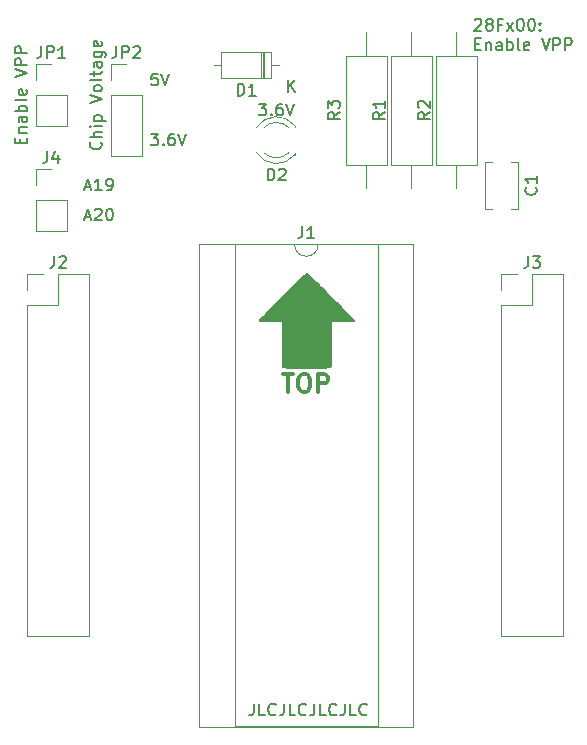
<source format=gto>
G04 #@! TF.GenerationSoftware,KiCad,Pcbnew,(5.1.2)-1*
G04 #@! TF.CreationDate,2019-10-23T16:56:51-07:00*
G04 #@! TF.ProjectId,29Fx00-28Fx00,32394678-3030-42d3-9238-467830302e6b,rev?*
G04 #@! TF.SameCoordinates,Original*
G04 #@! TF.FileFunction,Legend,Top*
G04 #@! TF.FilePolarity,Positive*
%FSLAX46Y46*%
G04 Gerber Fmt 4.6, Leading zero omitted, Abs format (unit mm)*
G04 Created by KiCad (PCBNEW (5.1.2)-1) date 2019-10-23 16:56:51*
%MOMM*%
%LPD*%
G04 APERTURE LIST*
%ADD10C,0.300000*%
%ADD11C,0.150000*%
%ADD12C,0.010000*%
%ADD13C,0.120000*%
G04 APERTURE END LIST*
D10*
X103445714Y-59178571D02*
X104302857Y-59178571D01*
X103874285Y-60678571D02*
X103874285Y-59178571D01*
X105088571Y-59178571D02*
X105374285Y-59178571D01*
X105517142Y-59250000D01*
X105660000Y-59392857D01*
X105731428Y-59678571D01*
X105731428Y-60178571D01*
X105660000Y-60464285D01*
X105517142Y-60607142D01*
X105374285Y-60678571D01*
X105088571Y-60678571D01*
X104945714Y-60607142D01*
X104802857Y-60464285D01*
X104731428Y-60178571D01*
X104731428Y-59678571D01*
X104802857Y-59392857D01*
X104945714Y-59250000D01*
X105088571Y-59178571D01*
X106374285Y-60678571D02*
X106374285Y-59178571D01*
X106945714Y-59178571D01*
X107088571Y-59250000D01*
X107160000Y-59321428D01*
X107231428Y-59464285D01*
X107231428Y-59678571D01*
X107160000Y-59821428D01*
X107088571Y-59892857D01*
X106945714Y-59964285D01*
X106374285Y-59964285D01*
D11*
X100951309Y-87082380D02*
X100951309Y-87796666D01*
X100903690Y-87939523D01*
X100808452Y-88034761D01*
X100665595Y-88082380D01*
X100570357Y-88082380D01*
X101903690Y-88082380D02*
X101427500Y-88082380D01*
X101427500Y-87082380D01*
X102808452Y-87987142D02*
X102760833Y-88034761D01*
X102617976Y-88082380D01*
X102522738Y-88082380D01*
X102379880Y-88034761D01*
X102284642Y-87939523D01*
X102237023Y-87844285D01*
X102189404Y-87653809D01*
X102189404Y-87510952D01*
X102237023Y-87320476D01*
X102284642Y-87225238D01*
X102379880Y-87130000D01*
X102522738Y-87082380D01*
X102617976Y-87082380D01*
X102760833Y-87130000D01*
X102808452Y-87177619D01*
X103522738Y-87082380D02*
X103522738Y-87796666D01*
X103475119Y-87939523D01*
X103379880Y-88034761D01*
X103237023Y-88082380D01*
X103141785Y-88082380D01*
X104475119Y-88082380D02*
X103998928Y-88082380D01*
X103998928Y-87082380D01*
X105379880Y-87987142D02*
X105332261Y-88034761D01*
X105189404Y-88082380D01*
X105094166Y-88082380D01*
X104951309Y-88034761D01*
X104856071Y-87939523D01*
X104808452Y-87844285D01*
X104760833Y-87653809D01*
X104760833Y-87510952D01*
X104808452Y-87320476D01*
X104856071Y-87225238D01*
X104951309Y-87130000D01*
X105094166Y-87082380D01*
X105189404Y-87082380D01*
X105332261Y-87130000D01*
X105379880Y-87177619D01*
X106094166Y-87082380D02*
X106094166Y-87796666D01*
X106046547Y-87939523D01*
X105951309Y-88034761D01*
X105808452Y-88082380D01*
X105713214Y-88082380D01*
X107046547Y-88082380D02*
X106570357Y-88082380D01*
X106570357Y-87082380D01*
X107951309Y-87987142D02*
X107903690Y-88034761D01*
X107760833Y-88082380D01*
X107665595Y-88082380D01*
X107522738Y-88034761D01*
X107427500Y-87939523D01*
X107379880Y-87844285D01*
X107332261Y-87653809D01*
X107332261Y-87510952D01*
X107379880Y-87320476D01*
X107427500Y-87225238D01*
X107522738Y-87130000D01*
X107665595Y-87082380D01*
X107760833Y-87082380D01*
X107903690Y-87130000D01*
X107951309Y-87177619D01*
X108665595Y-87082380D02*
X108665595Y-87796666D01*
X108617976Y-87939523D01*
X108522738Y-88034761D01*
X108379880Y-88082380D01*
X108284642Y-88082380D01*
X109617976Y-88082380D02*
X109141785Y-88082380D01*
X109141785Y-87082380D01*
X110522738Y-87987142D02*
X110475119Y-88034761D01*
X110332261Y-88082380D01*
X110237023Y-88082380D01*
X110094166Y-88034761D01*
X109998928Y-87939523D01*
X109951309Y-87844285D01*
X109903690Y-87653809D01*
X109903690Y-87510952D01*
X109951309Y-87320476D01*
X109998928Y-87225238D01*
X110094166Y-87130000D01*
X110237023Y-87082380D01*
X110332261Y-87082380D01*
X110475119Y-87130000D01*
X110522738Y-87177619D01*
X119667976Y-29202619D02*
X119715595Y-29155000D01*
X119810833Y-29107380D01*
X120048928Y-29107380D01*
X120144166Y-29155000D01*
X120191785Y-29202619D01*
X120239404Y-29297857D01*
X120239404Y-29393095D01*
X120191785Y-29535952D01*
X119620357Y-30107380D01*
X120239404Y-30107380D01*
X120810833Y-29535952D02*
X120715595Y-29488333D01*
X120667976Y-29440714D01*
X120620357Y-29345476D01*
X120620357Y-29297857D01*
X120667976Y-29202619D01*
X120715595Y-29155000D01*
X120810833Y-29107380D01*
X121001309Y-29107380D01*
X121096547Y-29155000D01*
X121144166Y-29202619D01*
X121191785Y-29297857D01*
X121191785Y-29345476D01*
X121144166Y-29440714D01*
X121096547Y-29488333D01*
X121001309Y-29535952D01*
X120810833Y-29535952D01*
X120715595Y-29583571D01*
X120667976Y-29631190D01*
X120620357Y-29726428D01*
X120620357Y-29916904D01*
X120667976Y-30012142D01*
X120715595Y-30059761D01*
X120810833Y-30107380D01*
X121001309Y-30107380D01*
X121096547Y-30059761D01*
X121144166Y-30012142D01*
X121191785Y-29916904D01*
X121191785Y-29726428D01*
X121144166Y-29631190D01*
X121096547Y-29583571D01*
X121001309Y-29535952D01*
X121953690Y-29583571D02*
X121620357Y-29583571D01*
X121620357Y-30107380D02*
X121620357Y-29107380D01*
X122096547Y-29107380D01*
X122382261Y-30107380D02*
X122906071Y-29440714D01*
X122382261Y-29440714D02*
X122906071Y-30107380D01*
X123477500Y-29107380D02*
X123572738Y-29107380D01*
X123667976Y-29155000D01*
X123715595Y-29202619D01*
X123763214Y-29297857D01*
X123810833Y-29488333D01*
X123810833Y-29726428D01*
X123763214Y-29916904D01*
X123715595Y-30012142D01*
X123667976Y-30059761D01*
X123572738Y-30107380D01*
X123477500Y-30107380D01*
X123382261Y-30059761D01*
X123334642Y-30012142D01*
X123287023Y-29916904D01*
X123239404Y-29726428D01*
X123239404Y-29488333D01*
X123287023Y-29297857D01*
X123334642Y-29202619D01*
X123382261Y-29155000D01*
X123477500Y-29107380D01*
X124429880Y-29107380D02*
X124525119Y-29107380D01*
X124620357Y-29155000D01*
X124667976Y-29202619D01*
X124715595Y-29297857D01*
X124763214Y-29488333D01*
X124763214Y-29726428D01*
X124715595Y-29916904D01*
X124667976Y-30012142D01*
X124620357Y-30059761D01*
X124525119Y-30107380D01*
X124429880Y-30107380D01*
X124334642Y-30059761D01*
X124287023Y-30012142D01*
X124239404Y-29916904D01*
X124191785Y-29726428D01*
X124191785Y-29488333D01*
X124239404Y-29297857D01*
X124287023Y-29202619D01*
X124334642Y-29155000D01*
X124429880Y-29107380D01*
X125191785Y-30012142D02*
X125239404Y-30059761D01*
X125191785Y-30107380D01*
X125144166Y-30059761D01*
X125191785Y-30012142D01*
X125191785Y-30107380D01*
X125191785Y-29488333D02*
X125239404Y-29535952D01*
X125191785Y-29583571D01*
X125144166Y-29535952D01*
X125191785Y-29488333D01*
X125191785Y-29583571D01*
X119715595Y-31233571D02*
X120048928Y-31233571D01*
X120191785Y-31757380D02*
X119715595Y-31757380D01*
X119715595Y-30757380D01*
X120191785Y-30757380D01*
X120620357Y-31090714D02*
X120620357Y-31757380D01*
X120620357Y-31185952D02*
X120667976Y-31138333D01*
X120763214Y-31090714D01*
X120906071Y-31090714D01*
X121001309Y-31138333D01*
X121048928Y-31233571D01*
X121048928Y-31757380D01*
X121953690Y-31757380D02*
X121953690Y-31233571D01*
X121906071Y-31138333D01*
X121810833Y-31090714D01*
X121620357Y-31090714D01*
X121525119Y-31138333D01*
X121953690Y-31709761D02*
X121858452Y-31757380D01*
X121620357Y-31757380D01*
X121525119Y-31709761D01*
X121477500Y-31614523D01*
X121477500Y-31519285D01*
X121525119Y-31424047D01*
X121620357Y-31376428D01*
X121858452Y-31376428D01*
X121953690Y-31328809D01*
X122429880Y-31757380D02*
X122429880Y-30757380D01*
X122429880Y-31138333D02*
X122525119Y-31090714D01*
X122715595Y-31090714D01*
X122810833Y-31138333D01*
X122858452Y-31185952D01*
X122906071Y-31281190D01*
X122906071Y-31566904D01*
X122858452Y-31662142D01*
X122810833Y-31709761D01*
X122715595Y-31757380D01*
X122525119Y-31757380D01*
X122429880Y-31709761D01*
X123477500Y-31757380D02*
X123382261Y-31709761D01*
X123334642Y-31614523D01*
X123334642Y-30757380D01*
X124239404Y-31709761D02*
X124144166Y-31757380D01*
X123953690Y-31757380D01*
X123858452Y-31709761D01*
X123810833Y-31614523D01*
X123810833Y-31233571D01*
X123858452Y-31138333D01*
X123953690Y-31090714D01*
X124144166Y-31090714D01*
X124239404Y-31138333D01*
X124287023Y-31233571D01*
X124287023Y-31328809D01*
X123810833Y-31424047D01*
X125334642Y-30757380D02*
X125667976Y-31757380D01*
X126001309Y-30757380D01*
X126334642Y-31757380D02*
X126334642Y-30757380D01*
X126715595Y-30757380D01*
X126810833Y-30805000D01*
X126858452Y-30852619D01*
X126906071Y-30947857D01*
X126906071Y-31090714D01*
X126858452Y-31185952D01*
X126810833Y-31233571D01*
X126715595Y-31281190D01*
X126334642Y-31281190D01*
X127334642Y-31757380D02*
X127334642Y-30757380D01*
X127715595Y-30757380D01*
X127810833Y-30805000D01*
X127858452Y-30852619D01*
X127906071Y-30947857D01*
X127906071Y-31090714D01*
X127858452Y-31185952D01*
X127810833Y-31233571D01*
X127715595Y-31281190D01*
X127334642Y-31281190D01*
X101393809Y-36282380D02*
X102012857Y-36282380D01*
X101679523Y-36663333D01*
X101822380Y-36663333D01*
X101917619Y-36710952D01*
X101965238Y-36758571D01*
X102012857Y-36853809D01*
X102012857Y-37091904D01*
X101965238Y-37187142D01*
X101917619Y-37234761D01*
X101822380Y-37282380D01*
X101536666Y-37282380D01*
X101441428Y-37234761D01*
X101393809Y-37187142D01*
X102441428Y-37187142D02*
X102489047Y-37234761D01*
X102441428Y-37282380D01*
X102393809Y-37234761D01*
X102441428Y-37187142D01*
X102441428Y-37282380D01*
X103346190Y-36282380D02*
X103155714Y-36282380D01*
X103060476Y-36330000D01*
X103012857Y-36377619D01*
X102917619Y-36520476D01*
X102870000Y-36710952D01*
X102870000Y-37091904D01*
X102917619Y-37187142D01*
X102965238Y-37234761D01*
X103060476Y-37282380D01*
X103250952Y-37282380D01*
X103346190Y-37234761D01*
X103393809Y-37187142D01*
X103441428Y-37091904D01*
X103441428Y-36853809D01*
X103393809Y-36758571D01*
X103346190Y-36710952D01*
X103250952Y-36663333D01*
X103060476Y-36663333D01*
X102965238Y-36710952D01*
X102917619Y-36758571D01*
X102870000Y-36853809D01*
X103727142Y-36282380D02*
X104060476Y-37282380D01*
X104393809Y-36282380D01*
X86647976Y-45886666D02*
X87124166Y-45886666D01*
X86552738Y-46172380D02*
X86886071Y-45172380D01*
X87219404Y-46172380D01*
X87505119Y-45267619D02*
X87552738Y-45220000D01*
X87647976Y-45172380D01*
X87886071Y-45172380D01*
X87981309Y-45220000D01*
X88028928Y-45267619D01*
X88076547Y-45362857D01*
X88076547Y-45458095D01*
X88028928Y-45600952D01*
X87457500Y-46172380D01*
X88076547Y-46172380D01*
X88695595Y-45172380D02*
X88790833Y-45172380D01*
X88886071Y-45220000D01*
X88933690Y-45267619D01*
X88981309Y-45362857D01*
X89028928Y-45553333D01*
X89028928Y-45791428D01*
X88981309Y-45981904D01*
X88933690Y-46077142D01*
X88886071Y-46124761D01*
X88790833Y-46172380D01*
X88695595Y-46172380D01*
X88600357Y-46124761D01*
X88552738Y-46077142D01*
X88505119Y-45981904D01*
X88457500Y-45791428D01*
X88457500Y-45553333D01*
X88505119Y-45362857D01*
X88552738Y-45267619D01*
X88600357Y-45220000D01*
X88695595Y-45172380D01*
X86647976Y-43346666D02*
X87124166Y-43346666D01*
X86552738Y-43632380D02*
X86886071Y-42632380D01*
X87219404Y-43632380D01*
X88076547Y-43632380D02*
X87505119Y-43632380D01*
X87790833Y-43632380D02*
X87790833Y-42632380D01*
X87695595Y-42775238D01*
X87600357Y-42870476D01*
X87505119Y-42918095D01*
X88552738Y-43632380D02*
X88743214Y-43632380D01*
X88838452Y-43584761D01*
X88886071Y-43537142D01*
X88981309Y-43394285D01*
X89028928Y-43203809D01*
X89028928Y-42822857D01*
X88981309Y-42727619D01*
X88933690Y-42680000D01*
X88838452Y-42632380D01*
X88647976Y-42632380D01*
X88552738Y-42680000D01*
X88505119Y-42727619D01*
X88457500Y-42822857D01*
X88457500Y-43060952D01*
X88505119Y-43156190D01*
X88552738Y-43203809D01*
X88647976Y-43251428D01*
X88838452Y-43251428D01*
X88933690Y-43203809D01*
X88981309Y-43156190D01*
X89028928Y-43060952D01*
X87987142Y-39536190D02*
X88034761Y-39583809D01*
X88082380Y-39726666D01*
X88082380Y-39821904D01*
X88034761Y-39964761D01*
X87939523Y-40060000D01*
X87844285Y-40107619D01*
X87653809Y-40155238D01*
X87510952Y-40155238D01*
X87320476Y-40107619D01*
X87225238Y-40060000D01*
X87130000Y-39964761D01*
X87082380Y-39821904D01*
X87082380Y-39726666D01*
X87130000Y-39583809D01*
X87177619Y-39536190D01*
X88082380Y-39107619D02*
X87082380Y-39107619D01*
X88082380Y-38679047D02*
X87558571Y-38679047D01*
X87463333Y-38726666D01*
X87415714Y-38821904D01*
X87415714Y-38964761D01*
X87463333Y-39060000D01*
X87510952Y-39107619D01*
X88082380Y-38202857D02*
X87415714Y-38202857D01*
X87082380Y-38202857D02*
X87130000Y-38250476D01*
X87177619Y-38202857D01*
X87130000Y-38155238D01*
X87082380Y-38202857D01*
X87177619Y-38202857D01*
X87415714Y-37726666D02*
X88415714Y-37726666D01*
X87463333Y-37726666D02*
X87415714Y-37631428D01*
X87415714Y-37440952D01*
X87463333Y-37345714D01*
X87510952Y-37298095D01*
X87606190Y-37250476D01*
X87891904Y-37250476D01*
X87987142Y-37298095D01*
X88034761Y-37345714D01*
X88082380Y-37440952D01*
X88082380Y-37631428D01*
X88034761Y-37726666D01*
X87082380Y-36202857D02*
X88082380Y-35869523D01*
X87082380Y-35536190D01*
X88082380Y-35060000D02*
X88034761Y-35155238D01*
X87987142Y-35202857D01*
X87891904Y-35250476D01*
X87606190Y-35250476D01*
X87510952Y-35202857D01*
X87463333Y-35155238D01*
X87415714Y-35060000D01*
X87415714Y-34917142D01*
X87463333Y-34821904D01*
X87510952Y-34774285D01*
X87606190Y-34726666D01*
X87891904Y-34726666D01*
X87987142Y-34774285D01*
X88034761Y-34821904D01*
X88082380Y-34917142D01*
X88082380Y-35060000D01*
X88082380Y-34155238D02*
X88034761Y-34250476D01*
X87939523Y-34298095D01*
X87082380Y-34298095D01*
X87415714Y-33917142D02*
X87415714Y-33536190D01*
X87082380Y-33774285D02*
X87939523Y-33774285D01*
X88034761Y-33726666D01*
X88082380Y-33631428D01*
X88082380Y-33536190D01*
X88082380Y-32774285D02*
X87558571Y-32774285D01*
X87463333Y-32821904D01*
X87415714Y-32917142D01*
X87415714Y-33107619D01*
X87463333Y-33202857D01*
X88034761Y-32774285D02*
X88082380Y-32869523D01*
X88082380Y-33107619D01*
X88034761Y-33202857D01*
X87939523Y-33250476D01*
X87844285Y-33250476D01*
X87749047Y-33202857D01*
X87701428Y-33107619D01*
X87701428Y-32869523D01*
X87653809Y-32774285D01*
X87415714Y-31869523D02*
X88225238Y-31869523D01*
X88320476Y-31917142D01*
X88368095Y-31964761D01*
X88415714Y-32060000D01*
X88415714Y-32202857D01*
X88368095Y-32298095D01*
X88034761Y-31869523D02*
X88082380Y-31964761D01*
X88082380Y-32155238D01*
X88034761Y-32250476D01*
X87987142Y-32298095D01*
X87891904Y-32345714D01*
X87606190Y-32345714D01*
X87510952Y-32298095D01*
X87463333Y-32250476D01*
X87415714Y-32155238D01*
X87415714Y-31964761D01*
X87463333Y-31869523D01*
X88034761Y-31012380D02*
X88082380Y-31107619D01*
X88082380Y-31298095D01*
X88034761Y-31393333D01*
X87939523Y-31440952D01*
X87558571Y-31440952D01*
X87463333Y-31393333D01*
X87415714Y-31298095D01*
X87415714Y-31107619D01*
X87463333Y-31012380D01*
X87558571Y-30964761D01*
X87653809Y-30964761D01*
X87749047Y-31440952D01*
X81208571Y-39631428D02*
X81208571Y-39298095D01*
X81732380Y-39155238D02*
X81732380Y-39631428D01*
X80732380Y-39631428D01*
X80732380Y-39155238D01*
X81065714Y-38726666D02*
X81732380Y-38726666D01*
X81160952Y-38726666D02*
X81113333Y-38679047D01*
X81065714Y-38583809D01*
X81065714Y-38440952D01*
X81113333Y-38345714D01*
X81208571Y-38298095D01*
X81732380Y-38298095D01*
X81732380Y-37393333D02*
X81208571Y-37393333D01*
X81113333Y-37440952D01*
X81065714Y-37536190D01*
X81065714Y-37726666D01*
X81113333Y-37821904D01*
X81684761Y-37393333D02*
X81732380Y-37488571D01*
X81732380Y-37726666D01*
X81684761Y-37821904D01*
X81589523Y-37869523D01*
X81494285Y-37869523D01*
X81399047Y-37821904D01*
X81351428Y-37726666D01*
X81351428Y-37488571D01*
X81303809Y-37393333D01*
X81732380Y-36917142D02*
X80732380Y-36917142D01*
X81113333Y-36917142D02*
X81065714Y-36821904D01*
X81065714Y-36631428D01*
X81113333Y-36536190D01*
X81160952Y-36488571D01*
X81256190Y-36440952D01*
X81541904Y-36440952D01*
X81637142Y-36488571D01*
X81684761Y-36536190D01*
X81732380Y-36631428D01*
X81732380Y-36821904D01*
X81684761Y-36917142D01*
X81732380Y-35869523D02*
X81684761Y-35964761D01*
X81589523Y-36012380D01*
X80732380Y-36012380D01*
X81684761Y-35107619D02*
X81732380Y-35202857D01*
X81732380Y-35393333D01*
X81684761Y-35488571D01*
X81589523Y-35536190D01*
X81208571Y-35536190D01*
X81113333Y-35488571D01*
X81065714Y-35393333D01*
X81065714Y-35202857D01*
X81113333Y-35107619D01*
X81208571Y-35060000D01*
X81303809Y-35060000D01*
X81399047Y-35536190D01*
X80732380Y-34012380D02*
X81732380Y-33679047D01*
X80732380Y-33345714D01*
X81732380Y-33012380D02*
X80732380Y-33012380D01*
X80732380Y-32631428D01*
X80780000Y-32536190D01*
X80827619Y-32488571D01*
X80922857Y-32440952D01*
X81065714Y-32440952D01*
X81160952Y-32488571D01*
X81208571Y-32536190D01*
X81256190Y-32631428D01*
X81256190Y-33012380D01*
X81732380Y-32012380D02*
X80732380Y-32012380D01*
X80732380Y-31631428D01*
X80780000Y-31536190D01*
X80827619Y-31488571D01*
X80922857Y-31440952D01*
X81065714Y-31440952D01*
X81160952Y-31488571D01*
X81208571Y-31536190D01*
X81256190Y-31631428D01*
X81256190Y-32012380D01*
X92811785Y-33742380D02*
X92335595Y-33742380D01*
X92287976Y-34218571D01*
X92335595Y-34170952D01*
X92430833Y-34123333D01*
X92668928Y-34123333D01*
X92764166Y-34170952D01*
X92811785Y-34218571D01*
X92859404Y-34313809D01*
X92859404Y-34551904D01*
X92811785Y-34647142D01*
X92764166Y-34694761D01*
X92668928Y-34742380D01*
X92430833Y-34742380D01*
X92335595Y-34694761D01*
X92287976Y-34647142D01*
X93145119Y-33742380D02*
X93478452Y-34742380D01*
X93811785Y-33742380D01*
X92240357Y-38822380D02*
X92859404Y-38822380D01*
X92526071Y-39203333D01*
X92668928Y-39203333D01*
X92764166Y-39250952D01*
X92811785Y-39298571D01*
X92859404Y-39393809D01*
X92859404Y-39631904D01*
X92811785Y-39727142D01*
X92764166Y-39774761D01*
X92668928Y-39822380D01*
X92383214Y-39822380D01*
X92287976Y-39774761D01*
X92240357Y-39727142D01*
X93287976Y-39727142D02*
X93335595Y-39774761D01*
X93287976Y-39822380D01*
X93240357Y-39774761D01*
X93287976Y-39727142D01*
X93287976Y-39822380D01*
X94192738Y-38822380D02*
X94002261Y-38822380D01*
X93907023Y-38870000D01*
X93859404Y-38917619D01*
X93764166Y-39060476D01*
X93716547Y-39250952D01*
X93716547Y-39631904D01*
X93764166Y-39727142D01*
X93811785Y-39774761D01*
X93907023Y-39822380D01*
X94097500Y-39822380D01*
X94192738Y-39774761D01*
X94240357Y-39727142D01*
X94287976Y-39631904D01*
X94287976Y-39393809D01*
X94240357Y-39298571D01*
X94192738Y-39250952D01*
X94097500Y-39203333D01*
X93907023Y-39203333D01*
X93811785Y-39250952D01*
X93764166Y-39298571D01*
X93716547Y-39393809D01*
X94573690Y-38822380D02*
X94907023Y-39822380D01*
X95240357Y-38822380D01*
D12*
G36*
X105438706Y-50612947D02*
G01*
X105508467Y-50676050D01*
X105616054Y-50777370D01*
X105758242Y-50913752D01*
X105931801Y-51082044D01*
X106133505Y-51279094D01*
X106360127Y-51501748D01*
X106608439Y-51746854D01*
X106875213Y-52011259D01*
X107157222Y-52291810D01*
X107446218Y-52580334D01*
X107815202Y-52949807D01*
X108141092Y-53277136D01*
X108425639Y-53564132D01*
X108670591Y-53812608D01*
X108877697Y-54024376D01*
X109048708Y-54201248D01*
X109185371Y-54345037D01*
X109289437Y-54457553D01*
X109362654Y-54540611D01*
X109406771Y-54596021D01*
X109423539Y-54625596D01*
X109423703Y-54628974D01*
X109417730Y-54645751D01*
X109402581Y-54659139D01*
X109371660Y-54669597D01*
X109318371Y-54677583D01*
X109236118Y-54683555D01*
X109118305Y-54687970D01*
X108958335Y-54691288D01*
X108749613Y-54693967D01*
X108485543Y-54696463D01*
X108447220Y-54696795D01*
X107482188Y-54705098D01*
X107482188Y-56629267D01*
X107481881Y-57050344D01*
X107480916Y-57412134D01*
X107479224Y-57718139D01*
X107476740Y-57971863D01*
X107473395Y-58176808D01*
X107469122Y-58336478D01*
X107463854Y-58454376D01*
X107457524Y-58534005D01*
X107450065Y-58578868D01*
X107444512Y-58591113D01*
X107420874Y-58599195D01*
X107365000Y-58606149D01*
X107273444Y-58612038D01*
X107142761Y-58616925D01*
X106969508Y-58620875D01*
X106750238Y-58623950D01*
X106481506Y-58626215D01*
X106159869Y-58627734D01*
X105781880Y-58628569D01*
X105404825Y-58628789D01*
X105000933Y-58628738D01*
X104655222Y-58628495D01*
X104363083Y-58627921D01*
X104119903Y-58626879D01*
X103921071Y-58625231D01*
X103761976Y-58622840D01*
X103638007Y-58619568D01*
X103544551Y-58615276D01*
X103476999Y-58609829D01*
X103430738Y-58603088D01*
X103401157Y-58594914D01*
X103383645Y-58585172D01*
X103373590Y-58573723D01*
X103370314Y-58568059D01*
X103362570Y-58521353D01*
X103355856Y-58412534D01*
X103350185Y-58242273D01*
X103345566Y-58011244D01*
X103342011Y-57720119D01*
X103339531Y-57369568D01*
X103338138Y-56960265D01*
X103337812Y-56606214D01*
X103337812Y-54705098D01*
X102372781Y-54696795D01*
X102101113Y-54694288D01*
X101885641Y-54691659D01*
X101719770Y-54688449D01*
X101596904Y-54684200D01*
X101510447Y-54678454D01*
X101453802Y-54670753D01*
X101420373Y-54660639D01*
X101403565Y-54647653D01*
X101396782Y-54631338D01*
X101396297Y-54628974D01*
X101406933Y-54605168D01*
X101444511Y-54555950D01*
X101510780Y-54479507D01*
X101607489Y-54374028D01*
X101736388Y-54237701D01*
X101899226Y-54068712D01*
X102097751Y-53865251D01*
X102333714Y-53625504D01*
X102608863Y-53347660D01*
X102924948Y-53029906D01*
X103283717Y-52670431D01*
X103373783Y-52580334D01*
X103667624Y-52286981D01*
X103949404Y-52006675D01*
X104215895Y-51742568D01*
X104463869Y-51497813D01*
X104690098Y-51275563D01*
X104891356Y-51078971D01*
X105064416Y-50911188D01*
X105206048Y-50775369D01*
X105313027Y-50674666D01*
X105382124Y-50612231D01*
X105410000Y-50591212D01*
X105438706Y-50612947D01*
X105438706Y-50612947D01*
G37*
X105438706Y-50612947D02*
X105508467Y-50676050D01*
X105616054Y-50777370D01*
X105758242Y-50913752D01*
X105931801Y-51082044D01*
X106133505Y-51279094D01*
X106360127Y-51501748D01*
X106608439Y-51746854D01*
X106875213Y-52011259D01*
X107157222Y-52291810D01*
X107446218Y-52580334D01*
X107815202Y-52949807D01*
X108141092Y-53277136D01*
X108425639Y-53564132D01*
X108670591Y-53812608D01*
X108877697Y-54024376D01*
X109048708Y-54201248D01*
X109185371Y-54345037D01*
X109289437Y-54457553D01*
X109362654Y-54540611D01*
X109406771Y-54596021D01*
X109423539Y-54625596D01*
X109423703Y-54628974D01*
X109417730Y-54645751D01*
X109402581Y-54659139D01*
X109371660Y-54669597D01*
X109318371Y-54677583D01*
X109236118Y-54683555D01*
X109118305Y-54687970D01*
X108958335Y-54691288D01*
X108749613Y-54693967D01*
X108485543Y-54696463D01*
X108447220Y-54696795D01*
X107482188Y-54705098D01*
X107482188Y-56629267D01*
X107481881Y-57050344D01*
X107480916Y-57412134D01*
X107479224Y-57718139D01*
X107476740Y-57971863D01*
X107473395Y-58176808D01*
X107469122Y-58336478D01*
X107463854Y-58454376D01*
X107457524Y-58534005D01*
X107450065Y-58578868D01*
X107444512Y-58591113D01*
X107420874Y-58599195D01*
X107365000Y-58606149D01*
X107273444Y-58612038D01*
X107142761Y-58616925D01*
X106969508Y-58620875D01*
X106750238Y-58623950D01*
X106481506Y-58626215D01*
X106159869Y-58627734D01*
X105781880Y-58628569D01*
X105404825Y-58628789D01*
X105000933Y-58628738D01*
X104655222Y-58628495D01*
X104363083Y-58627921D01*
X104119903Y-58626879D01*
X103921071Y-58625231D01*
X103761976Y-58622840D01*
X103638007Y-58619568D01*
X103544551Y-58615276D01*
X103476999Y-58609829D01*
X103430738Y-58603088D01*
X103401157Y-58594914D01*
X103383645Y-58585172D01*
X103373590Y-58573723D01*
X103370314Y-58568059D01*
X103362570Y-58521353D01*
X103355856Y-58412534D01*
X103350185Y-58242273D01*
X103345566Y-58011244D01*
X103342011Y-57720119D01*
X103339531Y-57369568D01*
X103338138Y-56960265D01*
X103337812Y-56606214D01*
X103337812Y-54705098D01*
X102372781Y-54696795D01*
X102101113Y-54694288D01*
X101885641Y-54691659D01*
X101719770Y-54688449D01*
X101596904Y-54684200D01*
X101510447Y-54678454D01*
X101453802Y-54670753D01*
X101420373Y-54660639D01*
X101403565Y-54647653D01*
X101396782Y-54631338D01*
X101396297Y-54628974D01*
X101406933Y-54605168D01*
X101444511Y-54555950D01*
X101510780Y-54479507D01*
X101607489Y-54374028D01*
X101736388Y-54237701D01*
X101899226Y-54068712D01*
X102097751Y-53865251D01*
X102333714Y-53625504D01*
X102608863Y-53347660D01*
X102924948Y-53029906D01*
X103283717Y-52670431D01*
X103373783Y-52580334D01*
X103667624Y-52286981D01*
X103949404Y-52006675D01*
X104215895Y-51742568D01*
X104463869Y-51497813D01*
X104690098Y-51275563D01*
X104891356Y-51078971D01*
X105064416Y-50911188D01*
X105206048Y-50775369D01*
X105313027Y-50674666D01*
X105382124Y-50612231D01*
X105410000Y-50591212D01*
X105438706Y-50612947D01*
D13*
X121920000Y-50740000D02*
X123250000Y-50740000D01*
X121920000Y-52070000D02*
X121920000Y-50740000D01*
X124520000Y-50740000D02*
X127120000Y-50740000D01*
X124520000Y-53340000D02*
X124520000Y-50740000D01*
X121920000Y-53340000D02*
X124520000Y-53340000D01*
X127120000Y-50740000D02*
X127120000Y-81340000D01*
X121920000Y-53340000D02*
X121920000Y-81340000D01*
X121920000Y-81340000D02*
X127120000Y-81340000D01*
X114470000Y-48140000D02*
X96350000Y-48140000D01*
X114470000Y-89020000D02*
X114470000Y-48140000D01*
X96350000Y-89020000D02*
X114470000Y-89020000D01*
X96350000Y-48140000D02*
X96350000Y-89020000D01*
X111470000Y-48200000D02*
X106410000Y-48200000D01*
X111470000Y-88960000D02*
X111470000Y-48200000D01*
X99350000Y-88960000D02*
X111470000Y-88960000D01*
X99350000Y-48200000D02*
X99350000Y-88960000D01*
X104410000Y-48200000D02*
X99350000Y-48200000D01*
X106410000Y-48200000D02*
G75*
G02X104410000Y-48200000I-1000000J0D01*
G01*
X110490000Y-30250000D02*
X110490000Y-32210000D01*
X110490000Y-43410000D02*
X110490000Y-41450000D01*
X108770000Y-32210000D02*
X108770000Y-41450000D01*
X112210000Y-32210000D02*
X108770000Y-32210000D01*
X112210000Y-41450000D02*
X112210000Y-32210000D01*
X108770000Y-41450000D02*
X112210000Y-41450000D01*
X118110000Y-30250000D02*
X118110000Y-32210000D01*
X118110000Y-43410000D02*
X118110000Y-41450000D01*
X116390000Y-32210000D02*
X116390000Y-41450000D01*
X119830000Y-32210000D02*
X116390000Y-32210000D01*
X119830000Y-41450000D02*
X119830000Y-32210000D01*
X116390000Y-41450000D02*
X119830000Y-41450000D01*
X114300000Y-30250000D02*
X114300000Y-32210000D01*
X114300000Y-43410000D02*
X114300000Y-41450000D01*
X112580000Y-32210000D02*
X112580000Y-41450000D01*
X116020000Y-32210000D02*
X112580000Y-32210000D01*
X116020000Y-41450000D02*
X116020000Y-32210000D01*
X112580000Y-41450000D02*
X116020000Y-41450000D01*
X88840000Y-32960000D02*
X90170000Y-32960000D01*
X88840000Y-34290000D02*
X88840000Y-32960000D01*
X88840000Y-35560000D02*
X91500000Y-35560000D01*
X91500000Y-35560000D02*
X91500000Y-40700000D01*
X88840000Y-35560000D02*
X88840000Y-40700000D01*
X88840000Y-40700000D02*
X91500000Y-40700000D01*
X82490000Y-32960000D02*
X83820000Y-32960000D01*
X82490000Y-34290000D02*
X82490000Y-32960000D01*
X82490000Y-35560000D02*
X85150000Y-35560000D01*
X85150000Y-35560000D02*
X85150000Y-38160000D01*
X82490000Y-35560000D02*
X82490000Y-38160000D01*
X82490000Y-38160000D02*
X85150000Y-38160000D01*
X82490000Y-41850000D02*
X83820000Y-41850000D01*
X82490000Y-43180000D02*
X82490000Y-41850000D01*
X82490000Y-44450000D02*
X85150000Y-44450000D01*
X85150000Y-44450000D02*
X85150000Y-47050000D01*
X82490000Y-44450000D02*
X82490000Y-47050000D01*
X82490000Y-47050000D02*
X85150000Y-47050000D01*
X81780000Y-50740000D02*
X83110000Y-50740000D01*
X81780000Y-52070000D02*
X81780000Y-50740000D01*
X84380000Y-50740000D02*
X86980000Y-50740000D01*
X84380000Y-53340000D02*
X84380000Y-50740000D01*
X81780000Y-53340000D02*
X84380000Y-53340000D01*
X86980000Y-50740000D02*
X86980000Y-81340000D01*
X81780000Y-53340000D02*
X81780000Y-81340000D01*
X81780000Y-81340000D02*
X86980000Y-81340000D01*
X104430000Y-38290000D02*
X104430000Y-38134000D01*
X104430000Y-40606000D02*
X104430000Y-40450000D01*
X101828870Y-38290163D02*
G75*
G02X103910961Y-38290000I1041130J-1079837D01*
G01*
X101828870Y-40449837D02*
G75*
G03X103910961Y-40450000I1041130J1079837D01*
G01*
X101197665Y-38291392D02*
G75*
G02X104430000Y-38134484I1672335J-1078608D01*
G01*
X101197665Y-40448608D02*
G75*
G03X104430000Y-40605516I1672335J1078608D01*
G01*
X101850000Y-34140000D02*
X101850000Y-31900000D01*
X101610000Y-34140000D02*
X101610000Y-31900000D01*
X101730000Y-34140000D02*
X101730000Y-31900000D01*
X97560000Y-33020000D02*
X98210000Y-33020000D01*
X103100000Y-33020000D02*
X102450000Y-33020000D01*
X98210000Y-34140000D02*
X102450000Y-34140000D01*
X98210000Y-31900000D02*
X98210000Y-34140000D01*
X102450000Y-31900000D02*
X98210000Y-31900000D01*
X102450000Y-34140000D02*
X102450000Y-31900000D01*
X121125000Y-45220000D02*
X120500000Y-45220000D01*
X123340000Y-45220000D02*
X122715000Y-45220000D01*
X121125000Y-41180000D02*
X120500000Y-41180000D01*
X123340000Y-41180000D02*
X122715000Y-41180000D01*
X120500000Y-41180000D02*
X120500000Y-45220000D01*
X123340000Y-41180000D02*
X123340000Y-45220000D01*
D11*
X124186666Y-49192380D02*
X124186666Y-49906666D01*
X124139047Y-50049523D01*
X124043809Y-50144761D01*
X123900952Y-50192380D01*
X123805714Y-50192380D01*
X124567619Y-49192380D02*
X125186666Y-49192380D01*
X124853333Y-49573333D01*
X124996190Y-49573333D01*
X125091428Y-49620952D01*
X125139047Y-49668571D01*
X125186666Y-49763809D01*
X125186666Y-50001904D01*
X125139047Y-50097142D01*
X125091428Y-50144761D01*
X124996190Y-50192380D01*
X124710476Y-50192380D01*
X124615238Y-50144761D01*
X124567619Y-50097142D01*
X105076666Y-46652380D02*
X105076666Y-47366666D01*
X105029047Y-47509523D01*
X104933809Y-47604761D01*
X104790952Y-47652380D01*
X104695714Y-47652380D01*
X106076666Y-47652380D02*
X105505238Y-47652380D01*
X105790952Y-47652380D02*
X105790952Y-46652380D01*
X105695714Y-46795238D01*
X105600476Y-46890476D01*
X105505238Y-46938095D01*
X108222380Y-36996666D02*
X107746190Y-37330000D01*
X108222380Y-37568095D02*
X107222380Y-37568095D01*
X107222380Y-37187142D01*
X107270000Y-37091904D01*
X107317619Y-37044285D01*
X107412857Y-36996666D01*
X107555714Y-36996666D01*
X107650952Y-37044285D01*
X107698571Y-37091904D01*
X107746190Y-37187142D01*
X107746190Y-37568095D01*
X107222380Y-36663333D02*
X107222380Y-36044285D01*
X107603333Y-36377619D01*
X107603333Y-36234761D01*
X107650952Y-36139523D01*
X107698571Y-36091904D01*
X107793809Y-36044285D01*
X108031904Y-36044285D01*
X108127142Y-36091904D01*
X108174761Y-36139523D01*
X108222380Y-36234761D01*
X108222380Y-36520476D01*
X108174761Y-36615714D01*
X108127142Y-36663333D01*
X115842380Y-36996666D02*
X115366190Y-37330000D01*
X115842380Y-37568095D02*
X114842380Y-37568095D01*
X114842380Y-37187142D01*
X114890000Y-37091904D01*
X114937619Y-37044285D01*
X115032857Y-36996666D01*
X115175714Y-36996666D01*
X115270952Y-37044285D01*
X115318571Y-37091904D01*
X115366190Y-37187142D01*
X115366190Y-37568095D01*
X114937619Y-36615714D02*
X114890000Y-36568095D01*
X114842380Y-36472857D01*
X114842380Y-36234761D01*
X114890000Y-36139523D01*
X114937619Y-36091904D01*
X115032857Y-36044285D01*
X115128095Y-36044285D01*
X115270952Y-36091904D01*
X115842380Y-36663333D01*
X115842380Y-36044285D01*
X112032380Y-36996666D02*
X111556190Y-37330000D01*
X112032380Y-37568095D02*
X111032380Y-37568095D01*
X111032380Y-37187142D01*
X111080000Y-37091904D01*
X111127619Y-37044285D01*
X111222857Y-36996666D01*
X111365714Y-36996666D01*
X111460952Y-37044285D01*
X111508571Y-37091904D01*
X111556190Y-37187142D01*
X111556190Y-37568095D01*
X112032380Y-36044285D02*
X112032380Y-36615714D01*
X112032380Y-36330000D02*
X111032380Y-36330000D01*
X111175238Y-36425238D01*
X111270476Y-36520476D01*
X111318095Y-36615714D01*
X89336666Y-31412380D02*
X89336666Y-32126666D01*
X89289047Y-32269523D01*
X89193809Y-32364761D01*
X89050952Y-32412380D01*
X88955714Y-32412380D01*
X89812857Y-32412380D02*
X89812857Y-31412380D01*
X90193809Y-31412380D01*
X90289047Y-31460000D01*
X90336666Y-31507619D01*
X90384285Y-31602857D01*
X90384285Y-31745714D01*
X90336666Y-31840952D01*
X90289047Y-31888571D01*
X90193809Y-31936190D01*
X89812857Y-31936190D01*
X90765238Y-31507619D02*
X90812857Y-31460000D01*
X90908095Y-31412380D01*
X91146190Y-31412380D01*
X91241428Y-31460000D01*
X91289047Y-31507619D01*
X91336666Y-31602857D01*
X91336666Y-31698095D01*
X91289047Y-31840952D01*
X90717619Y-32412380D01*
X91336666Y-32412380D01*
X82986666Y-31412380D02*
X82986666Y-32126666D01*
X82939047Y-32269523D01*
X82843809Y-32364761D01*
X82700952Y-32412380D01*
X82605714Y-32412380D01*
X83462857Y-32412380D02*
X83462857Y-31412380D01*
X83843809Y-31412380D01*
X83939047Y-31460000D01*
X83986666Y-31507619D01*
X84034285Y-31602857D01*
X84034285Y-31745714D01*
X83986666Y-31840952D01*
X83939047Y-31888571D01*
X83843809Y-31936190D01*
X83462857Y-31936190D01*
X84986666Y-32412380D02*
X84415238Y-32412380D01*
X84700952Y-32412380D02*
X84700952Y-31412380D01*
X84605714Y-31555238D01*
X84510476Y-31650476D01*
X84415238Y-31698095D01*
X83486666Y-40302380D02*
X83486666Y-41016666D01*
X83439047Y-41159523D01*
X83343809Y-41254761D01*
X83200952Y-41302380D01*
X83105714Y-41302380D01*
X84391428Y-40635714D02*
X84391428Y-41302380D01*
X84153333Y-40254761D02*
X83915238Y-40969047D01*
X84534285Y-40969047D01*
X84046666Y-49192380D02*
X84046666Y-49906666D01*
X83999047Y-50049523D01*
X83903809Y-50144761D01*
X83760952Y-50192380D01*
X83665714Y-50192380D01*
X84475238Y-49287619D02*
X84522857Y-49240000D01*
X84618095Y-49192380D01*
X84856190Y-49192380D01*
X84951428Y-49240000D01*
X84999047Y-49287619D01*
X85046666Y-49382857D01*
X85046666Y-49478095D01*
X84999047Y-49620952D01*
X84427619Y-50192380D01*
X85046666Y-50192380D01*
X102131904Y-42782380D02*
X102131904Y-41782380D01*
X102370000Y-41782380D01*
X102512857Y-41830000D01*
X102608095Y-41925238D01*
X102655714Y-42020476D01*
X102703333Y-42210952D01*
X102703333Y-42353809D01*
X102655714Y-42544285D01*
X102608095Y-42639523D01*
X102512857Y-42734761D01*
X102370000Y-42782380D01*
X102131904Y-42782380D01*
X103084285Y-41877619D02*
X103131904Y-41830000D01*
X103227142Y-41782380D01*
X103465238Y-41782380D01*
X103560476Y-41830000D01*
X103608095Y-41877619D01*
X103655714Y-41972857D01*
X103655714Y-42068095D01*
X103608095Y-42210952D01*
X103036666Y-42782380D01*
X103655714Y-42782380D01*
X99591904Y-35592380D02*
X99591904Y-34592380D01*
X99830000Y-34592380D01*
X99972857Y-34640000D01*
X100068095Y-34735238D01*
X100115714Y-34830476D01*
X100163333Y-35020952D01*
X100163333Y-35163809D01*
X100115714Y-35354285D01*
X100068095Y-35449523D01*
X99972857Y-35544761D01*
X99830000Y-35592380D01*
X99591904Y-35592380D01*
X101115714Y-35592380D02*
X100544285Y-35592380D01*
X100830000Y-35592380D02*
X100830000Y-34592380D01*
X100734761Y-34735238D01*
X100639523Y-34830476D01*
X100544285Y-34878095D01*
X103878095Y-35272380D02*
X103878095Y-34272380D01*
X104449523Y-35272380D02*
X104020952Y-34700952D01*
X104449523Y-34272380D02*
X103878095Y-34843809D01*
X124827142Y-43366666D02*
X124874761Y-43414285D01*
X124922380Y-43557142D01*
X124922380Y-43652380D01*
X124874761Y-43795238D01*
X124779523Y-43890476D01*
X124684285Y-43938095D01*
X124493809Y-43985714D01*
X124350952Y-43985714D01*
X124160476Y-43938095D01*
X124065238Y-43890476D01*
X123970000Y-43795238D01*
X123922380Y-43652380D01*
X123922380Y-43557142D01*
X123970000Y-43414285D01*
X124017619Y-43366666D01*
X124922380Y-42414285D02*
X124922380Y-42985714D01*
X124922380Y-42700000D02*
X123922380Y-42700000D01*
X124065238Y-42795238D01*
X124160476Y-42890476D01*
X124208095Y-42985714D01*
M02*

</source>
